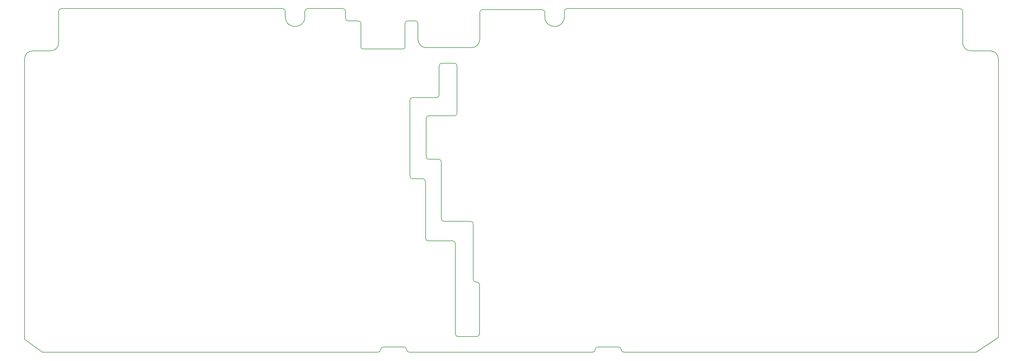
<source format=gm1>
G04 #@! TF.FileFunction,Profile,NP*
%FSLAX46Y46*%
G04 Gerber Fmt 4.6, Leading zero omitted, Abs format (unit mm)*
G04 Created by KiCad (PCBNEW 4.0.1-stable) date 5/21/2016 1:06:22 AM*
%MOMM*%
G01*
G04 APERTURE LIST*
%ADD10C,0.150000*%
%ADD11C,0.127000*%
G04 APERTURE END LIST*
D10*
D11*
X221400000Y-168000000D02*
G75*
G02X220600000Y-168800000I-800000J0D01*
G01*
X214000000Y-168000000D02*
G75*
G03X214800000Y-168800000I800000J0D01*
G01*
X214800000Y-168800000D02*
X220600000Y-168800000D01*
X220300000Y-152000000D02*
X220600000Y-152000000D01*
X221400000Y-152800000D02*
G75*
G03X220600000Y-152000000I-800000J0D01*
G01*
X219500000Y-151200000D02*
G75*
G03X220300000Y-152000000I800000J0D01*
G01*
X219500000Y-134100000D02*
G75*
G03X218700000Y-133300000I-800000J0D01*
G01*
X209700000Y-132500000D02*
G75*
G03X210500000Y-133300000I800000J0D01*
G01*
X209700000Y-115000000D02*
G75*
G03X208900000Y-114200000I-800000J0D01*
G01*
X205000000Y-113400000D02*
G75*
G03X205800000Y-114200000I800000J0D01*
G01*
X205800000Y-100800000D02*
G75*
G03X205000000Y-101600000I0J-800000D01*
G01*
X213700000Y-100800000D02*
G75*
G03X214500000Y-100000000I0J800000D01*
G01*
X265000000Y-172800000D02*
G75*
G03X265800000Y-173600000I800000J0D01*
G01*
X265000000Y-172800000D02*
G75*
G03X264200000Y-172000000I-800000J0D01*
G01*
X257000000Y-172800000D02*
G75*
G02X257800000Y-172000000I800000J0D01*
G01*
X257000000Y-172800000D02*
G75*
G02X256200000Y-173600000I-800000J0D01*
G01*
X370000000Y-68600000D02*
G75*
G03X369200000Y-67800000I-800000J0D01*
G01*
X381000000Y-83300000D02*
G75*
G03X378500000Y-80800000I-2500000J0D01*
G01*
X370000000Y-78300000D02*
G75*
G03X372500000Y-80800000I2500000J0D01*
G01*
X248300000Y-67800000D02*
G75*
G03X247500000Y-68600000I0J-800000D01*
G01*
X241500000Y-68900000D02*
G75*
G03X240700000Y-68100000I-800000J0D01*
G01*
X222300000Y-68100000D02*
G75*
G03X221500000Y-68900000I0J-800000D01*
G01*
X198000000Y-80200000D02*
G75*
G03X198500000Y-79700000I0J500000D01*
G01*
X184950000Y-79700000D02*
G75*
G03X185450000Y-80200000I500000J0D01*
G01*
X202500000Y-72400000D02*
G75*
G03X201700000Y-71600000I-800000J0D01*
G01*
X199300000Y-71600000D02*
G75*
G03X198500000Y-72400000I0J-800000D01*
G01*
X184950000Y-72400000D02*
G75*
G03X184150000Y-71600000I-800000J0D01*
G01*
X180200000Y-70800000D02*
G75*
G03X181000000Y-71600000I800000J0D01*
G01*
X180200000Y-68600000D02*
G75*
G03X179400000Y-67800000I-800000J0D01*
G01*
X168500000Y-67800000D02*
G75*
G03X167700000Y-68600000I0J-800000D01*
G01*
X161700000Y-68600000D02*
G75*
G03X160900000Y-67800000I-800000J0D01*
G01*
X92800000Y-67800000D02*
G75*
G03X92000000Y-68600000I0J-800000D01*
G01*
X84000000Y-80800000D02*
G75*
G03X81500000Y-83300000I0J-2500000D01*
G01*
X89500000Y-80800000D02*
G75*
G03X92000000Y-78300000I0J2500000D01*
G01*
X191000000Y-172800000D02*
G75*
G02X190200000Y-173600000I-800000J0D01*
G01*
X191000000Y-172800000D02*
G75*
G02X191800000Y-172000000I800000J0D01*
G01*
X199000000Y-172800000D02*
G75*
G03X198200000Y-172000000I-800000J0D01*
G01*
X199000000Y-172800000D02*
G75*
G03X199800000Y-173600000I800000J0D01*
G01*
X214000000Y-140100000D02*
G75*
G03X213200000Y-139300000I-800000J0D01*
G01*
X204800000Y-138500000D02*
G75*
G03X205600000Y-139300000I800000J0D01*
G01*
X204800000Y-121000000D02*
G75*
G03X204000000Y-120200000I-800000J0D01*
G01*
X200000000Y-119400000D02*
G75*
G03X200800000Y-120200000I800000J0D01*
G01*
X200800000Y-95200000D02*
G75*
G03X200000000Y-96000000I0J-800000D01*
G01*
X208200000Y-95200000D02*
G75*
G03X209000000Y-94400000I0J800000D01*
G01*
X214500000Y-85400000D02*
G75*
G03X213700000Y-84600000I-800000J0D01*
G01*
X209800000Y-84600000D02*
G75*
G03X209000000Y-85400000I0J-800000D01*
G01*
X219000000Y-79800000D02*
G75*
G03X221500000Y-77300000I0J2500000D01*
G01*
X202500000Y-77300000D02*
G75*
G03X205000000Y-79800000I2500000J0D01*
G01*
X240700000Y-68100000D02*
X222300000Y-68100000D01*
X247500000Y-70300000D02*
X247500000Y-68600000D01*
X241500000Y-70300000D02*
G75*
G03X247500000Y-70300000I3000000J0D01*
G01*
X241500000Y-70300000D02*
X241500000Y-68900000D01*
X92800000Y-67800000D02*
X160900000Y-67800000D01*
X161700000Y-70300000D02*
X161700000Y-68600000D01*
X167700000Y-70300000D02*
X167700000Y-68600000D01*
X161700000Y-70300000D02*
G75*
G03X167700000Y-70300000I3000000J0D01*
G01*
X81500000Y-169600000D02*
X87000000Y-173600000D01*
X199800000Y-173600000D02*
X256200000Y-173600000D01*
X191800000Y-172000000D02*
X198200000Y-172000000D01*
X257800000Y-172000000D02*
X264200000Y-172000000D01*
X81500000Y-83300000D02*
X81500000Y-169600000D01*
X89500000Y-80800000D02*
X84000000Y-80800000D01*
X92000000Y-68600000D02*
X92000000Y-78300000D01*
X372500000Y-80800000D02*
X378500000Y-80800000D01*
X370000000Y-68600000D02*
X370000000Y-78300000D01*
X248300000Y-67800000D02*
X369200000Y-67800000D01*
X221500000Y-77300000D02*
X221500000Y-68900000D01*
X205000000Y-79800000D02*
X219000000Y-79800000D01*
X202500000Y-72400000D02*
X202500000Y-77300000D01*
X199300000Y-71600000D02*
X201700000Y-71600000D01*
X198500000Y-79700000D02*
X198500000Y-72400000D01*
X185450000Y-80200000D02*
X198000000Y-80200000D01*
X184950000Y-72400000D02*
X184950000Y-79700000D01*
X181000000Y-71600000D02*
X184150000Y-71600000D01*
X180200000Y-68600000D02*
X180200000Y-70800000D01*
X168500000Y-67800000D02*
X179400000Y-67800000D01*
X209800000Y-84600000D02*
X213700000Y-84600000D01*
X204000000Y-120200000D02*
X200800000Y-120200000D01*
X87000000Y-173600000D02*
X190200000Y-173600000D01*
X214000000Y-140100000D02*
X214000000Y-168000000D01*
X205600000Y-139300000D02*
X213200000Y-139300000D01*
X204800000Y-121000000D02*
X204800000Y-138500000D01*
X200000000Y-96000000D02*
X200000000Y-119400000D01*
X208200000Y-95200000D02*
X200800000Y-95200000D01*
X209000000Y-85400000D02*
X209000000Y-94400000D01*
X381000000Y-169000000D02*
X374200000Y-173600000D01*
X381000000Y-169000000D02*
X381000000Y-83300000D01*
X265800000Y-173600000D02*
X374200000Y-173600000D01*
X221400000Y-152800000D02*
X221400000Y-168000000D01*
X219500000Y-134100000D02*
X219500000Y-151200000D01*
X210500000Y-133300000D02*
X218700000Y-133300000D01*
X209700000Y-115000000D02*
X209700000Y-132500000D01*
X205800000Y-114200000D02*
X208900000Y-114200000D01*
X205000000Y-101600000D02*
X205000000Y-113400000D01*
X213700000Y-100800000D02*
X205800000Y-100800000D01*
X214500000Y-85400000D02*
X214500000Y-100000000D01*
M02*

</source>
